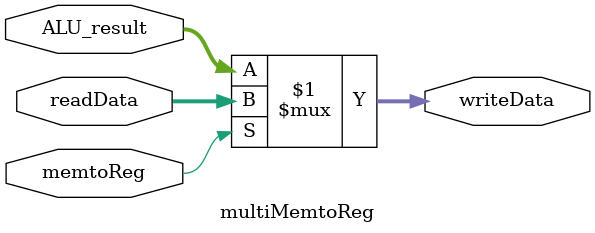
<source format=v>
module multiMemtoReg (ALU_result, readData, memtoReg, writeData);
    input [31:0] ALU_result, readData;
    input memtoReg;
    output [31:0] writeData;

    assign writeData = memtoReg ? readData : ALU_result;

endmodule

</source>
